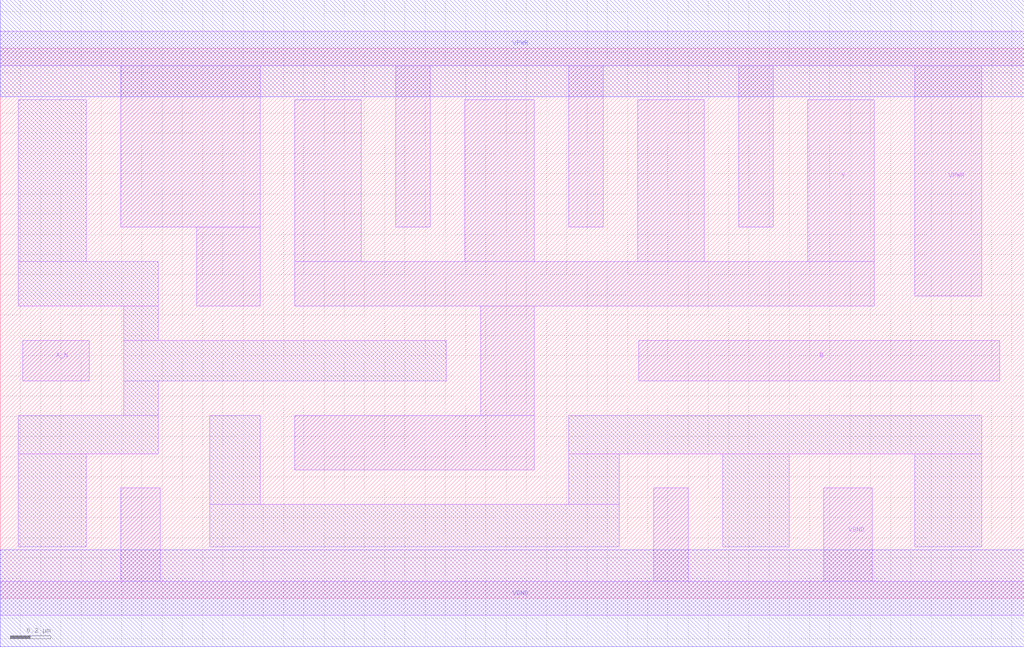
<source format=lef>
# Copyright 2020 The SkyWater PDK Authors
#
# Licensed under the Apache License, Version 2.0 (the "License");
# you may not use this file except in compliance with the License.
# You may obtain a copy of the License at
#
#     https://www.apache.org/licenses/LICENSE-2.0
#
# Unless required by applicable law or agreed to in writing, software
# distributed under the License is distributed on an "AS IS" BASIS,
# WITHOUT WARRANTIES OR CONDITIONS OF ANY KIND, either express or implied.
# See the License for the specific language governing permissions and
# limitations under the License.
#
# SPDX-License-Identifier: Apache-2.0

VERSION 5.5 ;
NAMESCASESENSITIVE ON ;
BUSBITCHARS "[]" ;
DIVIDERCHAR "/" ;
MACRO sky130_fd_sc_hd__nand2b_4
  CLASS CORE ;
  SOURCE USER ;
  ORIGIN  0.000000  0.000000 ;
  SIZE  5.060000 BY  2.720000 ;
  SYMMETRY X Y R90 ;
  SITE unithd ;
  PIN A_N
    ANTENNAGATEAREA  0.247500 ;
    DIRECTION INPUT ;
    USE SIGNAL ;
    PORT
      LAYER li1 ;
        RECT 0.110000 1.075000 0.440000 1.275000 ;
    END
  END A_N
  PIN B
    ANTENNAGATEAREA  0.990000 ;
    DIRECTION INPUT ;
    USE SIGNAL ;
    PORT
      LAYER li1 ;
        RECT 3.155000 1.075000 4.940000 1.275000 ;
    END
  END B
  PIN Y
    ANTENNADIFFAREA  1.431000 ;
    DIRECTION OUTPUT ;
    USE SIGNAL ;
    PORT
      LAYER li1 ;
        RECT 1.455000 0.635000 2.640000 0.905000 ;
        RECT 1.455000 1.445000 4.320000 1.665000 ;
        RECT 1.455000 1.665000 1.785000 2.465000 ;
        RECT 2.295000 1.665000 2.640000 2.465000 ;
        RECT 2.375000 0.905000 2.640000 1.445000 ;
        RECT 3.150000 1.665000 3.480000 2.465000 ;
        RECT 3.990000 1.665000 4.320000 2.465000 ;
    END
  END Y
  PIN VGND
    DIRECTION INOUT ;
    SHAPE ABUTMENT ;
    USE GROUND ;
    PORT
      LAYER li1 ;
        RECT 0.000000 -0.085000 5.060000 0.085000 ;
        RECT 0.595000  0.085000 0.790000 0.545000 ;
        RECT 3.230000  0.085000 3.400000 0.545000 ;
        RECT 4.070000  0.085000 4.310000 0.545000 ;
    END
    PORT
      LAYER met1 ;
        RECT 0.000000 -0.240000 5.060000 0.240000 ;
    END
  END VGND
  PIN VNB
    DIRECTION INOUT ;
    USE GROUND ;
    PORT
    END
  END VNB
  PIN VPB
    DIRECTION INOUT ;
    USE POWER ;
    PORT
    END
  END VPB
  PIN VPWR
    DIRECTION INOUT ;
    SHAPE ABUTMENT ;
    USE POWER ;
    PORT
      LAYER li1 ;
        RECT 0.000000 2.635000 5.060000 2.805000 ;
        RECT 0.595000 1.835000 1.285000 2.635000 ;
        RECT 0.970000 1.445000 1.285000 1.835000 ;
        RECT 1.955000 1.835000 2.125000 2.635000 ;
        RECT 2.810000 1.835000 2.980000 2.635000 ;
        RECT 3.650000 1.835000 3.820000 2.635000 ;
        RECT 4.520000 1.495000 4.850000 2.635000 ;
    END
    PORT
      LAYER met1 ;
        RECT 0.000000 2.480000 5.060000 2.960000 ;
    END
  END VPWR
  OBS
    LAYER li1 ;
      RECT 0.090000 0.255000 0.425000 0.715000 ;
      RECT 0.090000 0.715000 0.780000 0.905000 ;
      RECT 0.090000 1.445000 0.780000 1.665000 ;
      RECT 0.090000 1.665000 0.425000 2.465000 ;
      RECT 0.610000 0.905000 0.780000 1.075000 ;
      RECT 0.610000 1.075000 2.205000 1.275000 ;
      RECT 0.610000 1.275000 0.780000 1.445000 ;
      RECT 1.035000 0.255000 3.060000 0.465000 ;
      RECT 1.035000 0.465000 1.285000 0.905000 ;
      RECT 2.810000 0.465000 3.060000 0.715000 ;
      RECT 2.810000 0.715000 4.850000 0.905000 ;
      RECT 3.570000 0.255000 3.900000 0.715000 ;
      RECT 4.520000 0.255000 4.850000 0.715000 ;
  END
END sky130_fd_sc_hd__nand2b_4
END LIBRARY

</source>
